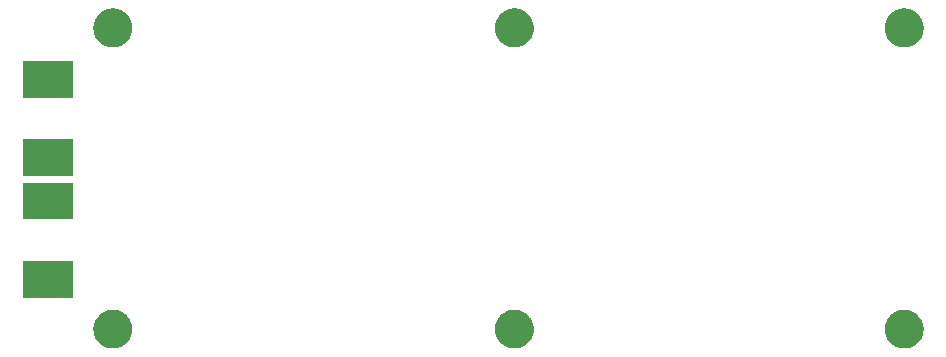
<source format=gbr>
G04 #@! TF.GenerationSoftware,KiCad,Pcbnew,8.0.0*
G04 #@! TF.CreationDate,2024-04-11T14:56:04-06:00*
G04 #@! TF.ProjectId,dual_loop_probe_groundfix,6475616c-5f6c-46f6-9f70-5f70726f6265,rev?*
G04 #@! TF.SameCoordinates,Original*
G04 #@! TF.FileFunction,Soldermask,Bot*
G04 #@! TF.FilePolarity,Negative*
%FSLAX46Y46*%
G04 Gerber Fmt 4.6, Leading zero omitted, Abs format (unit mm)*
G04 Created by KiCad (PCBNEW 8.0.0) date 2024-04-11 14:56:04*
%MOMM*%
%LPD*%
G01*
G04 APERTURE LIST*
G04 APERTURE END LIST*
G36*
X101063098Y-101853966D02*
G01*
X101123353Y-101853966D01*
X101189199Y-101863890D01*
X101258273Y-101869327D01*
X101313947Y-101882693D01*
X101367302Y-101890735D01*
X101437021Y-101912240D01*
X101510187Y-101929806D01*
X101557495Y-101949401D01*
X101603052Y-101963454D01*
X101674569Y-101997895D01*
X101749538Y-102028948D01*
X101788022Y-102052531D01*
X101825322Y-102070494D01*
X101896271Y-102118866D01*
X101970433Y-102164313D01*
X102000127Y-102189674D01*
X102029162Y-102209470D01*
X102096956Y-102272374D01*
X102167433Y-102332567D01*
X102188834Y-102357625D01*
X102210011Y-102377274D01*
X102271925Y-102454911D01*
X102335687Y-102529567D01*
X102349709Y-102552449D01*
X102363830Y-102570156D01*
X102417087Y-102662399D01*
X102471052Y-102750462D01*
X102478977Y-102769597D01*
X102487185Y-102783812D01*
X102529038Y-102890454D01*
X102570194Y-102989813D01*
X102573597Y-103003991D01*
X102577314Y-103013460D01*
X102605157Y-103135446D01*
X102630673Y-103241727D01*
X102631334Y-103250133D01*
X102632214Y-103253986D01*
X102643683Y-103407031D01*
X102651000Y-103500000D01*
X102643682Y-103592975D01*
X102632214Y-103746013D01*
X102631334Y-103749865D01*
X102630673Y-103758273D01*
X102605152Y-103864573D01*
X102577314Y-103986539D01*
X102573598Y-103996005D01*
X102570194Y-104010187D01*
X102529031Y-104109563D01*
X102487185Y-104216187D01*
X102478979Y-104230399D01*
X102471052Y-104249538D01*
X102417077Y-104337616D01*
X102363830Y-104429843D01*
X102349712Y-104447546D01*
X102335687Y-104470433D01*
X102271913Y-104545102D01*
X102210011Y-104622725D01*
X102188838Y-104642369D01*
X102167433Y-104667433D01*
X102096942Y-104727637D01*
X102029162Y-104790529D01*
X102000133Y-104810320D01*
X101970433Y-104835687D01*
X101896257Y-104881142D01*
X101825322Y-104929505D01*
X101788030Y-104947463D01*
X101749538Y-104971052D01*
X101674554Y-105002110D01*
X101603052Y-105036545D01*
X101557504Y-105050594D01*
X101510187Y-105070194D01*
X101437007Y-105087762D01*
X101367302Y-105109264D01*
X101313955Y-105117304D01*
X101258273Y-105130673D01*
X101189195Y-105136109D01*
X101123353Y-105146034D01*
X101063098Y-105146034D01*
X101000000Y-105151000D01*
X100936902Y-105146034D01*
X100876647Y-105146034D01*
X100810803Y-105136109D01*
X100741727Y-105130673D01*
X100686045Y-105117305D01*
X100632697Y-105109264D01*
X100562988Y-105087761D01*
X100489813Y-105070194D01*
X100442498Y-105050595D01*
X100396947Y-105036545D01*
X100325438Y-105002107D01*
X100250462Y-104971052D01*
X100211972Y-104947465D01*
X100174675Y-104929504D01*
X100103726Y-104881131D01*
X100029567Y-104835687D01*
X99999873Y-104810326D01*
X99970839Y-104790531D01*
X99903043Y-104727625D01*
X99832567Y-104667433D01*
X99811164Y-104642374D01*
X99789988Y-104622725D01*
X99728071Y-104545084D01*
X99664313Y-104470433D01*
X99650291Y-104447551D01*
X99636169Y-104429843D01*
X99582905Y-104337588D01*
X99528948Y-104249538D01*
X99521023Y-104230405D01*
X99512814Y-104216187D01*
X99470949Y-104109517D01*
X99429806Y-104010187D01*
X99426402Y-103996012D01*
X99422685Y-103986539D01*
X99394827Y-103864488D01*
X99369327Y-103758273D01*
X99368665Y-103749871D01*
X99367785Y-103746013D01*
X99356296Y-103592710D01*
X99349000Y-103500000D01*
X99356296Y-103407297D01*
X99367785Y-103253986D01*
X99368665Y-103250126D01*
X99369327Y-103241727D01*
X99394822Y-103135530D01*
X99422685Y-103013460D01*
X99426403Y-103003984D01*
X99429806Y-102989813D01*
X99470942Y-102890500D01*
X99512814Y-102783812D01*
X99521024Y-102769590D01*
X99528948Y-102750462D01*
X99582895Y-102662427D01*
X99636169Y-102570156D01*
X99650293Y-102552443D01*
X99664313Y-102529567D01*
X99728059Y-102454929D01*
X99789988Y-102377274D01*
X99811169Y-102357620D01*
X99832567Y-102332567D01*
X99903029Y-102272386D01*
X99970839Y-102209468D01*
X99999879Y-102189668D01*
X100029567Y-102164313D01*
X100103711Y-102118876D01*
X100174675Y-102070495D01*
X100211980Y-102052529D01*
X100250462Y-102028948D01*
X100325423Y-101997898D01*
X100396947Y-101963454D01*
X100442507Y-101949400D01*
X100489813Y-101929806D01*
X100562973Y-101912241D01*
X100632697Y-101890735D01*
X100686054Y-101882692D01*
X100741727Y-101869327D01*
X100810799Y-101863890D01*
X100876647Y-101853966D01*
X100936902Y-101853966D01*
X101000000Y-101849000D01*
X101063098Y-101853966D01*
G37*
G36*
X135063098Y-101853966D02*
G01*
X135123353Y-101853966D01*
X135189199Y-101863890D01*
X135258273Y-101869327D01*
X135313947Y-101882693D01*
X135367302Y-101890735D01*
X135437021Y-101912240D01*
X135510187Y-101929806D01*
X135557495Y-101949401D01*
X135603052Y-101963454D01*
X135674569Y-101997895D01*
X135749538Y-102028948D01*
X135788022Y-102052531D01*
X135825322Y-102070494D01*
X135896271Y-102118866D01*
X135970433Y-102164313D01*
X136000127Y-102189674D01*
X136029162Y-102209470D01*
X136096956Y-102272374D01*
X136167433Y-102332567D01*
X136188834Y-102357625D01*
X136210011Y-102377274D01*
X136271925Y-102454911D01*
X136335687Y-102529567D01*
X136349709Y-102552449D01*
X136363830Y-102570156D01*
X136417087Y-102662399D01*
X136471052Y-102750462D01*
X136478977Y-102769597D01*
X136487185Y-102783812D01*
X136529038Y-102890454D01*
X136570194Y-102989813D01*
X136573597Y-103003991D01*
X136577314Y-103013460D01*
X136605157Y-103135446D01*
X136630673Y-103241727D01*
X136631334Y-103250133D01*
X136632214Y-103253986D01*
X136643683Y-103407031D01*
X136651000Y-103500000D01*
X136643682Y-103592975D01*
X136632214Y-103746013D01*
X136631334Y-103749865D01*
X136630673Y-103758273D01*
X136605152Y-103864573D01*
X136577314Y-103986539D01*
X136573598Y-103996005D01*
X136570194Y-104010187D01*
X136529031Y-104109563D01*
X136487185Y-104216187D01*
X136478979Y-104230399D01*
X136471052Y-104249538D01*
X136417077Y-104337616D01*
X136363830Y-104429843D01*
X136349712Y-104447546D01*
X136335687Y-104470433D01*
X136271913Y-104545102D01*
X136210011Y-104622725D01*
X136188838Y-104642369D01*
X136167433Y-104667433D01*
X136096942Y-104727637D01*
X136029162Y-104790529D01*
X136000133Y-104810320D01*
X135970433Y-104835687D01*
X135896257Y-104881142D01*
X135825322Y-104929505D01*
X135788030Y-104947463D01*
X135749538Y-104971052D01*
X135674554Y-105002110D01*
X135603052Y-105036545D01*
X135557504Y-105050594D01*
X135510187Y-105070194D01*
X135437007Y-105087762D01*
X135367302Y-105109264D01*
X135313955Y-105117304D01*
X135258273Y-105130673D01*
X135189195Y-105136109D01*
X135123353Y-105146034D01*
X135063098Y-105146034D01*
X135000000Y-105151000D01*
X134936902Y-105146034D01*
X134876647Y-105146034D01*
X134810803Y-105136109D01*
X134741727Y-105130673D01*
X134686045Y-105117305D01*
X134632697Y-105109264D01*
X134562988Y-105087761D01*
X134489813Y-105070194D01*
X134442498Y-105050595D01*
X134396947Y-105036545D01*
X134325438Y-105002107D01*
X134250462Y-104971052D01*
X134211972Y-104947465D01*
X134174675Y-104929504D01*
X134103726Y-104881131D01*
X134029567Y-104835687D01*
X133999873Y-104810326D01*
X133970839Y-104790531D01*
X133903043Y-104727625D01*
X133832567Y-104667433D01*
X133811164Y-104642374D01*
X133789988Y-104622725D01*
X133728071Y-104545084D01*
X133664313Y-104470433D01*
X133650291Y-104447551D01*
X133636169Y-104429843D01*
X133582905Y-104337588D01*
X133528948Y-104249538D01*
X133521023Y-104230405D01*
X133512814Y-104216187D01*
X133470949Y-104109517D01*
X133429806Y-104010187D01*
X133426402Y-103996012D01*
X133422685Y-103986539D01*
X133394827Y-103864488D01*
X133369327Y-103758273D01*
X133368665Y-103749871D01*
X133367785Y-103746013D01*
X133356296Y-103592710D01*
X133349000Y-103500000D01*
X133356296Y-103407297D01*
X133367785Y-103253986D01*
X133368665Y-103250126D01*
X133369327Y-103241727D01*
X133394822Y-103135530D01*
X133422685Y-103013460D01*
X133426403Y-103003984D01*
X133429806Y-102989813D01*
X133470942Y-102890500D01*
X133512814Y-102783812D01*
X133521024Y-102769590D01*
X133528948Y-102750462D01*
X133582895Y-102662427D01*
X133636169Y-102570156D01*
X133650293Y-102552443D01*
X133664313Y-102529567D01*
X133728059Y-102454929D01*
X133789988Y-102377274D01*
X133811169Y-102357620D01*
X133832567Y-102332567D01*
X133903029Y-102272386D01*
X133970839Y-102209468D01*
X133999879Y-102189668D01*
X134029567Y-102164313D01*
X134103711Y-102118876D01*
X134174675Y-102070495D01*
X134211980Y-102052529D01*
X134250462Y-102028948D01*
X134325423Y-101997898D01*
X134396947Y-101963454D01*
X134442507Y-101949400D01*
X134489813Y-101929806D01*
X134562973Y-101912241D01*
X134632697Y-101890735D01*
X134686054Y-101882692D01*
X134741727Y-101869327D01*
X134810799Y-101863890D01*
X134876647Y-101853966D01*
X134936902Y-101853966D01*
X135000000Y-101849000D01*
X135063098Y-101853966D01*
G37*
G36*
X168063098Y-101853966D02*
G01*
X168123353Y-101853966D01*
X168189199Y-101863890D01*
X168258273Y-101869327D01*
X168313947Y-101882693D01*
X168367302Y-101890735D01*
X168437021Y-101912240D01*
X168510187Y-101929806D01*
X168557495Y-101949401D01*
X168603052Y-101963454D01*
X168674569Y-101997895D01*
X168749538Y-102028948D01*
X168788022Y-102052531D01*
X168825322Y-102070494D01*
X168896271Y-102118866D01*
X168970433Y-102164313D01*
X169000127Y-102189674D01*
X169029162Y-102209470D01*
X169096956Y-102272374D01*
X169167433Y-102332567D01*
X169188834Y-102357625D01*
X169210011Y-102377274D01*
X169271925Y-102454911D01*
X169335687Y-102529567D01*
X169349709Y-102552449D01*
X169363830Y-102570156D01*
X169417087Y-102662399D01*
X169471052Y-102750462D01*
X169478977Y-102769597D01*
X169487185Y-102783812D01*
X169529038Y-102890454D01*
X169570194Y-102989813D01*
X169573597Y-103003991D01*
X169577314Y-103013460D01*
X169605157Y-103135446D01*
X169630673Y-103241727D01*
X169631334Y-103250133D01*
X169632214Y-103253986D01*
X169643683Y-103407031D01*
X169651000Y-103500000D01*
X169643682Y-103592975D01*
X169632214Y-103746013D01*
X169631334Y-103749865D01*
X169630673Y-103758273D01*
X169605152Y-103864573D01*
X169577314Y-103986539D01*
X169573598Y-103996005D01*
X169570194Y-104010187D01*
X169529031Y-104109563D01*
X169487185Y-104216187D01*
X169478979Y-104230399D01*
X169471052Y-104249538D01*
X169417077Y-104337616D01*
X169363830Y-104429843D01*
X169349712Y-104447546D01*
X169335687Y-104470433D01*
X169271913Y-104545102D01*
X169210011Y-104622725D01*
X169188838Y-104642369D01*
X169167433Y-104667433D01*
X169096942Y-104727637D01*
X169029162Y-104790529D01*
X169000133Y-104810320D01*
X168970433Y-104835687D01*
X168896257Y-104881142D01*
X168825322Y-104929505D01*
X168788030Y-104947463D01*
X168749538Y-104971052D01*
X168674554Y-105002110D01*
X168603052Y-105036545D01*
X168557504Y-105050594D01*
X168510187Y-105070194D01*
X168437007Y-105087762D01*
X168367302Y-105109264D01*
X168313955Y-105117304D01*
X168258273Y-105130673D01*
X168189195Y-105136109D01*
X168123353Y-105146034D01*
X168063098Y-105146034D01*
X168000000Y-105151000D01*
X167936902Y-105146034D01*
X167876647Y-105146034D01*
X167810803Y-105136109D01*
X167741727Y-105130673D01*
X167686045Y-105117305D01*
X167632697Y-105109264D01*
X167562988Y-105087761D01*
X167489813Y-105070194D01*
X167442498Y-105050595D01*
X167396947Y-105036545D01*
X167325438Y-105002107D01*
X167250462Y-104971052D01*
X167211972Y-104947465D01*
X167174675Y-104929504D01*
X167103726Y-104881131D01*
X167029567Y-104835687D01*
X166999873Y-104810326D01*
X166970839Y-104790531D01*
X166903043Y-104727625D01*
X166832567Y-104667433D01*
X166811164Y-104642374D01*
X166789988Y-104622725D01*
X166728071Y-104545084D01*
X166664313Y-104470433D01*
X166650291Y-104447551D01*
X166636169Y-104429843D01*
X166582905Y-104337588D01*
X166528948Y-104249538D01*
X166521023Y-104230405D01*
X166512814Y-104216187D01*
X166470949Y-104109517D01*
X166429806Y-104010187D01*
X166426402Y-103996012D01*
X166422685Y-103986539D01*
X166394827Y-103864488D01*
X166369327Y-103758273D01*
X166368665Y-103749871D01*
X166367785Y-103746013D01*
X166356296Y-103592710D01*
X166349000Y-103500000D01*
X166356296Y-103407297D01*
X166367785Y-103253986D01*
X166368665Y-103250126D01*
X166369327Y-103241727D01*
X166394822Y-103135530D01*
X166422685Y-103013460D01*
X166426403Y-103003984D01*
X166429806Y-102989813D01*
X166470942Y-102890500D01*
X166512814Y-102783812D01*
X166521024Y-102769590D01*
X166528948Y-102750462D01*
X166582895Y-102662427D01*
X166636169Y-102570156D01*
X166650293Y-102552443D01*
X166664313Y-102529567D01*
X166728059Y-102454929D01*
X166789988Y-102377274D01*
X166811169Y-102357620D01*
X166832567Y-102332567D01*
X166903029Y-102272386D01*
X166970839Y-102209468D01*
X166999879Y-102189668D01*
X167029567Y-102164313D01*
X167103711Y-102118876D01*
X167174675Y-102070495D01*
X167211980Y-102052529D01*
X167250462Y-102028948D01*
X167325423Y-101997898D01*
X167396947Y-101963454D01*
X167442507Y-101949400D01*
X167489813Y-101929806D01*
X167562973Y-101912241D01*
X167632697Y-101890735D01*
X167686054Y-101882692D01*
X167741727Y-101869327D01*
X167810799Y-101863890D01*
X167876647Y-101853966D01*
X167936902Y-101853966D01*
X168000000Y-101849000D01*
X168063098Y-101853966D01*
G37*
G36*
X97614517Y-97777882D02*
G01*
X97631062Y-97788938D01*
X97642118Y-97805483D01*
X97646000Y-97825000D01*
X97646000Y-100825000D01*
X97642118Y-100844517D01*
X97631062Y-100861062D01*
X97614517Y-100872118D01*
X97595000Y-100876000D01*
X93405000Y-100876000D01*
X93385483Y-100872118D01*
X93368938Y-100861062D01*
X93357882Y-100844517D01*
X93354000Y-100825000D01*
X93354000Y-97825000D01*
X93357882Y-97805483D01*
X93368938Y-97788938D01*
X93385483Y-97777882D01*
X93405000Y-97774000D01*
X97595000Y-97774000D01*
X97614517Y-97777882D01*
G37*
G36*
X97614517Y-91127882D02*
G01*
X97631062Y-91138938D01*
X97642118Y-91155483D01*
X97646000Y-91175000D01*
X97646000Y-94175000D01*
X97642118Y-94194517D01*
X97631062Y-94211062D01*
X97614517Y-94222118D01*
X97595000Y-94226000D01*
X93405000Y-94226000D01*
X93385483Y-94222118D01*
X93368938Y-94211062D01*
X93357882Y-94194517D01*
X93354000Y-94175000D01*
X93354000Y-91175000D01*
X93357882Y-91155483D01*
X93368938Y-91138938D01*
X93385483Y-91127882D01*
X93405000Y-91124000D01*
X97595000Y-91124000D01*
X97614517Y-91127882D01*
G37*
G36*
X97614517Y-87452882D02*
G01*
X97631062Y-87463938D01*
X97642118Y-87480483D01*
X97646000Y-87500000D01*
X97646000Y-90500000D01*
X97642118Y-90519517D01*
X97631062Y-90536062D01*
X97614517Y-90547118D01*
X97595000Y-90551000D01*
X93405000Y-90551000D01*
X93385483Y-90547118D01*
X93368938Y-90536062D01*
X93357882Y-90519517D01*
X93354000Y-90500000D01*
X93354000Y-87500000D01*
X93357882Y-87480483D01*
X93368938Y-87463938D01*
X93385483Y-87452882D01*
X93405000Y-87449000D01*
X97595000Y-87449000D01*
X97614517Y-87452882D01*
G37*
G36*
X97614517Y-80802882D02*
G01*
X97631062Y-80813938D01*
X97642118Y-80830483D01*
X97646000Y-80850000D01*
X97646000Y-83850000D01*
X97642118Y-83869517D01*
X97631062Y-83886062D01*
X97614517Y-83897118D01*
X97595000Y-83901000D01*
X93405000Y-83901000D01*
X93385483Y-83897118D01*
X93368938Y-83886062D01*
X93357882Y-83869517D01*
X93354000Y-83850000D01*
X93354000Y-80850000D01*
X93357882Y-80830483D01*
X93368938Y-80813938D01*
X93385483Y-80802882D01*
X93405000Y-80799000D01*
X97595000Y-80799000D01*
X97614517Y-80802882D01*
G37*
G36*
X101063098Y-76353966D02*
G01*
X101123353Y-76353966D01*
X101189199Y-76363890D01*
X101258273Y-76369327D01*
X101313947Y-76382693D01*
X101367302Y-76390735D01*
X101437021Y-76412240D01*
X101510187Y-76429806D01*
X101557495Y-76449401D01*
X101603052Y-76463454D01*
X101674569Y-76497895D01*
X101749538Y-76528948D01*
X101788022Y-76552531D01*
X101825322Y-76570494D01*
X101896271Y-76618866D01*
X101970433Y-76664313D01*
X102000127Y-76689674D01*
X102029162Y-76709470D01*
X102096956Y-76772374D01*
X102167433Y-76832567D01*
X102188834Y-76857625D01*
X102210011Y-76877274D01*
X102271925Y-76954911D01*
X102335687Y-77029567D01*
X102349709Y-77052449D01*
X102363830Y-77070156D01*
X102417087Y-77162399D01*
X102471052Y-77250462D01*
X102478977Y-77269597D01*
X102487185Y-77283812D01*
X102529038Y-77390454D01*
X102570194Y-77489813D01*
X102573597Y-77503991D01*
X102577314Y-77513460D01*
X102605157Y-77635446D01*
X102630673Y-77741727D01*
X102631334Y-77750133D01*
X102632214Y-77753986D01*
X102643683Y-77907031D01*
X102651000Y-78000000D01*
X102643682Y-78092975D01*
X102632214Y-78246013D01*
X102631334Y-78249865D01*
X102630673Y-78258273D01*
X102605152Y-78364573D01*
X102577314Y-78486539D01*
X102573598Y-78496005D01*
X102570194Y-78510187D01*
X102529031Y-78609563D01*
X102487185Y-78716187D01*
X102478979Y-78730399D01*
X102471052Y-78749538D01*
X102417077Y-78837616D01*
X102363830Y-78929843D01*
X102349712Y-78947546D01*
X102335687Y-78970433D01*
X102271913Y-79045102D01*
X102210011Y-79122725D01*
X102188838Y-79142369D01*
X102167433Y-79167433D01*
X102096942Y-79227637D01*
X102029162Y-79290529D01*
X102000133Y-79310320D01*
X101970433Y-79335687D01*
X101896257Y-79381142D01*
X101825322Y-79429505D01*
X101788030Y-79447463D01*
X101749538Y-79471052D01*
X101674554Y-79502110D01*
X101603052Y-79536545D01*
X101557504Y-79550594D01*
X101510187Y-79570194D01*
X101437007Y-79587762D01*
X101367302Y-79609264D01*
X101313955Y-79617304D01*
X101258273Y-79630673D01*
X101189195Y-79636109D01*
X101123353Y-79646034D01*
X101063098Y-79646034D01*
X101000000Y-79651000D01*
X100936902Y-79646034D01*
X100876647Y-79646034D01*
X100810803Y-79636109D01*
X100741727Y-79630673D01*
X100686045Y-79617305D01*
X100632697Y-79609264D01*
X100562988Y-79587761D01*
X100489813Y-79570194D01*
X100442498Y-79550595D01*
X100396947Y-79536545D01*
X100325438Y-79502107D01*
X100250462Y-79471052D01*
X100211972Y-79447465D01*
X100174675Y-79429504D01*
X100103726Y-79381131D01*
X100029567Y-79335687D01*
X99999873Y-79310326D01*
X99970839Y-79290531D01*
X99903043Y-79227625D01*
X99832567Y-79167433D01*
X99811164Y-79142374D01*
X99789988Y-79122725D01*
X99728071Y-79045084D01*
X99664313Y-78970433D01*
X99650291Y-78947551D01*
X99636169Y-78929843D01*
X99582905Y-78837588D01*
X99528948Y-78749538D01*
X99521023Y-78730405D01*
X99512814Y-78716187D01*
X99470949Y-78609517D01*
X99429806Y-78510187D01*
X99426402Y-78496012D01*
X99422685Y-78486539D01*
X99394827Y-78364488D01*
X99369327Y-78258273D01*
X99368665Y-78249871D01*
X99367785Y-78246013D01*
X99356296Y-78092710D01*
X99349000Y-78000000D01*
X99356296Y-77907297D01*
X99367785Y-77753986D01*
X99368665Y-77750126D01*
X99369327Y-77741727D01*
X99394822Y-77635530D01*
X99422685Y-77513460D01*
X99426403Y-77503984D01*
X99429806Y-77489813D01*
X99470942Y-77390500D01*
X99512814Y-77283812D01*
X99521024Y-77269590D01*
X99528948Y-77250462D01*
X99582895Y-77162427D01*
X99636169Y-77070156D01*
X99650293Y-77052443D01*
X99664313Y-77029567D01*
X99728059Y-76954929D01*
X99789988Y-76877274D01*
X99811169Y-76857620D01*
X99832567Y-76832567D01*
X99903029Y-76772386D01*
X99970839Y-76709468D01*
X99999879Y-76689668D01*
X100029567Y-76664313D01*
X100103711Y-76618876D01*
X100174675Y-76570495D01*
X100211980Y-76552529D01*
X100250462Y-76528948D01*
X100325423Y-76497898D01*
X100396947Y-76463454D01*
X100442507Y-76449400D01*
X100489813Y-76429806D01*
X100562973Y-76412241D01*
X100632697Y-76390735D01*
X100686054Y-76382692D01*
X100741727Y-76369327D01*
X100810799Y-76363890D01*
X100876647Y-76353966D01*
X100936902Y-76353966D01*
X101000000Y-76349000D01*
X101063098Y-76353966D01*
G37*
G36*
X135063098Y-76353966D02*
G01*
X135123353Y-76353966D01*
X135189199Y-76363890D01*
X135258273Y-76369327D01*
X135313947Y-76382693D01*
X135367302Y-76390735D01*
X135437021Y-76412240D01*
X135510187Y-76429806D01*
X135557495Y-76449401D01*
X135603052Y-76463454D01*
X135674569Y-76497895D01*
X135749538Y-76528948D01*
X135788022Y-76552531D01*
X135825322Y-76570494D01*
X135896271Y-76618866D01*
X135970433Y-76664313D01*
X136000127Y-76689674D01*
X136029162Y-76709470D01*
X136096956Y-76772374D01*
X136167433Y-76832567D01*
X136188834Y-76857625D01*
X136210011Y-76877274D01*
X136271925Y-76954911D01*
X136335687Y-77029567D01*
X136349709Y-77052449D01*
X136363830Y-77070156D01*
X136417087Y-77162399D01*
X136471052Y-77250462D01*
X136478977Y-77269597D01*
X136487185Y-77283812D01*
X136529038Y-77390454D01*
X136570194Y-77489813D01*
X136573597Y-77503991D01*
X136577314Y-77513460D01*
X136605157Y-77635446D01*
X136630673Y-77741727D01*
X136631334Y-77750133D01*
X136632214Y-77753986D01*
X136643683Y-77907031D01*
X136651000Y-78000000D01*
X136643682Y-78092975D01*
X136632214Y-78246013D01*
X136631334Y-78249865D01*
X136630673Y-78258273D01*
X136605152Y-78364573D01*
X136577314Y-78486539D01*
X136573598Y-78496005D01*
X136570194Y-78510187D01*
X136529031Y-78609563D01*
X136487185Y-78716187D01*
X136478979Y-78730399D01*
X136471052Y-78749538D01*
X136417077Y-78837616D01*
X136363830Y-78929843D01*
X136349712Y-78947546D01*
X136335687Y-78970433D01*
X136271913Y-79045102D01*
X136210011Y-79122725D01*
X136188838Y-79142369D01*
X136167433Y-79167433D01*
X136096942Y-79227637D01*
X136029162Y-79290529D01*
X136000133Y-79310320D01*
X135970433Y-79335687D01*
X135896257Y-79381142D01*
X135825322Y-79429505D01*
X135788030Y-79447463D01*
X135749538Y-79471052D01*
X135674554Y-79502110D01*
X135603052Y-79536545D01*
X135557504Y-79550594D01*
X135510187Y-79570194D01*
X135437007Y-79587762D01*
X135367302Y-79609264D01*
X135313955Y-79617304D01*
X135258273Y-79630673D01*
X135189195Y-79636109D01*
X135123353Y-79646034D01*
X135063098Y-79646034D01*
X135000000Y-79651000D01*
X134936902Y-79646034D01*
X134876647Y-79646034D01*
X134810803Y-79636109D01*
X134741727Y-79630673D01*
X134686045Y-79617305D01*
X134632697Y-79609264D01*
X134562988Y-79587761D01*
X134489813Y-79570194D01*
X134442498Y-79550595D01*
X134396947Y-79536545D01*
X134325438Y-79502107D01*
X134250462Y-79471052D01*
X134211972Y-79447465D01*
X134174675Y-79429504D01*
X134103726Y-79381131D01*
X134029567Y-79335687D01*
X133999873Y-79310326D01*
X133970839Y-79290531D01*
X133903043Y-79227625D01*
X133832567Y-79167433D01*
X133811164Y-79142374D01*
X133789988Y-79122725D01*
X133728071Y-79045084D01*
X133664313Y-78970433D01*
X133650291Y-78947551D01*
X133636169Y-78929843D01*
X133582905Y-78837588D01*
X133528948Y-78749538D01*
X133521023Y-78730405D01*
X133512814Y-78716187D01*
X133470949Y-78609517D01*
X133429806Y-78510187D01*
X133426402Y-78496012D01*
X133422685Y-78486539D01*
X133394827Y-78364488D01*
X133369327Y-78258273D01*
X133368665Y-78249871D01*
X133367785Y-78246013D01*
X133356296Y-78092710D01*
X133349000Y-78000000D01*
X133356296Y-77907297D01*
X133367785Y-77753986D01*
X133368665Y-77750126D01*
X133369327Y-77741727D01*
X133394822Y-77635530D01*
X133422685Y-77513460D01*
X133426403Y-77503984D01*
X133429806Y-77489813D01*
X133470942Y-77390500D01*
X133512814Y-77283812D01*
X133521024Y-77269590D01*
X133528948Y-77250462D01*
X133582895Y-77162427D01*
X133636169Y-77070156D01*
X133650293Y-77052443D01*
X133664313Y-77029567D01*
X133728059Y-76954929D01*
X133789988Y-76877274D01*
X133811169Y-76857620D01*
X133832567Y-76832567D01*
X133903029Y-76772386D01*
X133970839Y-76709468D01*
X133999879Y-76689668D01*
X134029567Y-76664313D01*
X134103711Y-76618876D01*
X134174675Y-76570495D01*
X134211980Y-76552529D01*
X134250462Y-76528948D01*
X134325423Y-76497898D01*
X134396947Y-76463454D01*
X134442507Y-76449400D01*
X134489813Y-76429806D01*
X134562973Y-76412241D01*
X134632697Y-76390735D01*
X134686054Y-76382692D01*
X134741727Y-76369327D01*
X134810799Y-76363890D01*
X134876647Y-76353966D01*
X134936902Y-76353966D01*
X135000000Y-76349000D01*
X135063098Y-76353966D01*
G37*
G36*
X168063098Y-76353966D02*
G01*
X168123353Y-76353966D01*
X168189199Y-76363890D01*
X168258273Y-76369327D01*
X168313947Y-76382693D01*
X168367302Y-76390735D01*
X168437021Y-76412240D01*
X168510187Y-76429806D01*
X168557495Y-76449401D01*
X168603052Y-76463454D01*
X168674569Y-76497895D01*
X168749538Y-76528948D01*
X168788022Y-76552531D01*
X168825322Y-76570494D01*
X168896271Y-76618866D01*
X168970433Y-76664313D01*
X169000127Y-76689674D01*
X169029162Y-76709470D01*
X169096956Y-76772374D01*
X169167433Y-76832567D01*
X169188834Y-76857625D01*
X169210011Y-76877274D01*
X169271925Y-76954911D01*
X169335687Y-77029567D01*
X169349709Y-77052449D01*
X169363830Y-77070156D01*
X169417087Y-77162399D01*
X169471052Y-77250462D01*
X169478977Y-77269597D01*
X169487185Y-77283812D01*
X169529038Y-77390454D01*
X169570194Y-77489813D01*
X169573597Y-77503991D01*
X169577314Y-77513460D01*
X169605157Y-77635446D01*
X169630673Y-77741727D01*
X169631334Y-77750133D01*
X169632214Y-77753986D01*
X169643683Y-77907031D01*
X169651000Y-78000000D01*
X169643682Y-78092975D01*
X169632214Y-78246013D01*
X169631334Y-78249865D01*
X169630673Y-78258273D01*
X169605152Y-78364573D01*
X169577314Y-78486539D01*
X169573598Y-78496005D01*
X169570194Y-78510187D01*
X169529031Y-78609563D01*
X169487185Y-78716187D01*
X169478979Y-78730399D01*
X169471052Y-78749538D01*
X169417077Y-78837616D01*
X169363830Y-78929843D01*
X169349712Y-78947546D01*
X169335687Y-78970433D01*
X169271913Y-79045102D01*
X169210011Y-79122725D01*
X169188838Y-79142369D01*
X169167433Y-79167433D01*
X169096942Y-79227637D01*
X169029162Y-79290529D01*
X169000133Y-79310320D01*
X168970433Y-79335687D01*
X168896257Y-79381142D01*
X168825322Y-79429505D01*
X168788030Y-79447463D01*
X168749538Y-79471052D01*
X168674554Y-79502110D01*
X168603052Y-79536545D01*
X168557504Y-79550594D01*
X168510187Y-79570194D01*
X168437007Y-79587762D01*
X168367302Y-79609264D01*
X168313955Y-79617304D01*
X168258273Y-79630673D01*
X168189195Y-79636109D01*
X168123353Y-79646034D01*
X168063098Y-79646034D01*
X168000000Y-79651000D01*
X167936902Y-79646034D01*
X167876647Y-79646034D01*
X167810803Y-79636109D01*
X167741727Y-79630673D01*
X167686045Y-79617305D01*
X167632697Y-79609264D01*
X167562988Y-79587761D01*
X167489813Y-79570194D01*
X167442498Y-79550595D01*
X167396947Y-79536545D01*
X167325438Y-79502107D01*
X167250462Y-79471052D01*
X167211972Y-79447465D01*
X167174675Y-79429504D01*
X167103726Y-79381131D01*
X167029567Y-79335687D01*
X166999873Y-79310326D01*
X166970839Y-79290531D01*
X166903043Y-79227625D01*
X166832567Y-79167433D01*
X166811164Y-79142374D01*
X166789988Y-79122725D01*
X166728071Y-79045084D01*
X166664313Y-78970433D01*
X166650291Y-78947551D01*
X166636169Y-78929843D01*
X166582905Y-78837588D01*
X166528948Y-78749538D01*
X166521023Y-78730405D01*
X166512814Y-78716187D01*
X166470949Y-78609517D01*
X166429806Y-78510187D01*
X166426402Y-78496012D01*
X166422685Y-78486539D01*
X166394827Y-78364488D01*
X166369327Y-78258273D01*
X166368665Y-78249871D01*
X166367785Y-78246013D01*
X166356296Y-78092710D01*
X166349000Y-78000000D01*
X166356296Y-77907297D01*
X166367785Y-77753986D01*
X166368665Y-77750126D01*
X166369327Y-77741727D01*
X166394822Y-77635530D01*
X166422685Y-77513460D01*
X166426403Y-77503984D01*
X166429806Y-77489813D01*
X166470942Y-77390500D01*
X166512814Y-77283812D01*
X166521024Y-77269590D01*
X166528948Y-77250462D01*
X166582895Y-77162427D01*
X166636169Y-77070156D01*
X166650293Y-77052443D01*
X166664313Y-77029567D01*
X166728059Y-76954929D01*
X166789988Y-76877274D01*
X166811169Y-76857620D01*
X166832567Y-76832567D01*
X166903029Y-76772386D01*
X166970839Y-76709468D01*
X166999879Y-76689668D01*
X167029567Y-76664313D01*
X167103711Y-76618876D01*
X167174675Y-76570495D01*
X167211980Y-76552529D01*
X167250462Y-76528948D01*
X167325423Y-76497898D01*
X167396947Y-76463454D01*
X167442507Y-76449400D01*
X167489813Y-76429806D01*
X167562973Y-76412241D01*
X167632697Y-76390735D01*
X167686054Y-76382692D01*
X167741727Y-76369327D01*
X167810799Y-76363890D01*
X167876647Y-76353966D01*
X167936902Y-76353966D01*
X168000000Y-76349000D01*
X168063098Y-76353966D01*
G37*
M02*

</source>
